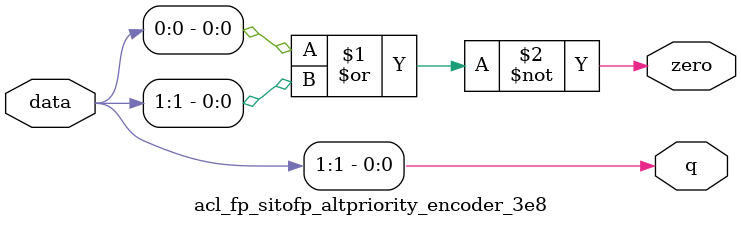
<source format=v>
module  acl_fp_sitofp_altpriority_encoder_3e8
	( 
	data,
	q,
	zero) ;
	input   [1:0]  data;
	output   [0:0]  q;
	output   zero;
	assign
		q = {data[1]},
		zero = (~ (data[0] | data[1]));
endmodule
</source>
